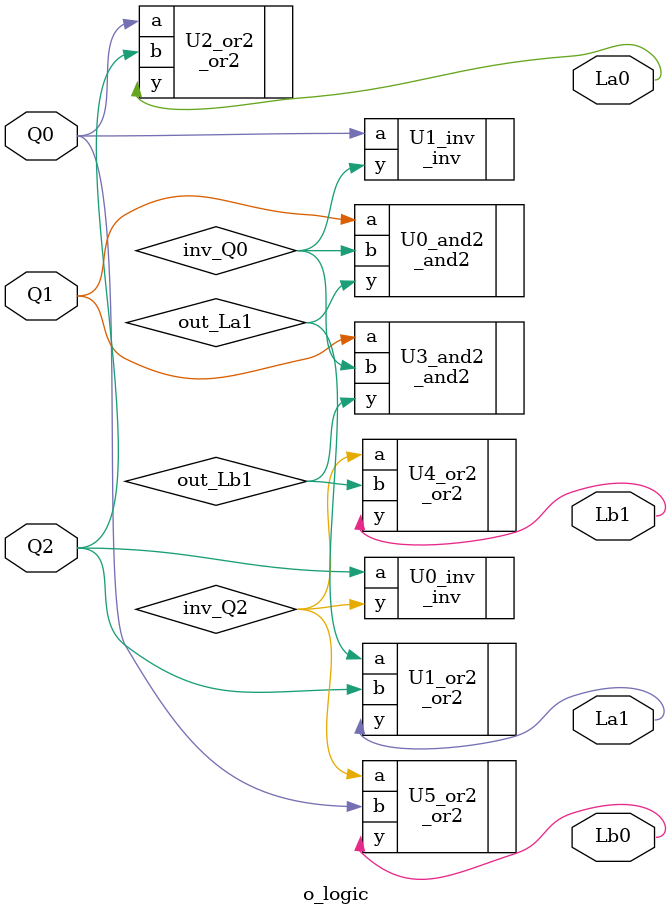
<source format=v>
module o_logic(Q2, Q1, Q0, La1, La0, Lb1, Lb0); // this module makes output logic

input Q2, Q1, Q0; // define input Q2, Q1, Q0
output La1, La0, Lb1, Lb0; // define output La1, La0, Lb1, Lb0

wire inv_Q2, inv_Q0; // Q1 is no inverse

wire out_La1, out_Lb1; // define wire

// two inverter instance
_inv U0_inv( 
	.a(Q2),
	.y(inv_Q2)
	);
	
_inv U1_inv(
	.a(Q0),
	.y(inv_Q0)
	);
	
// La 
// La1 = Q1*Q0` + Q2
_and2 U0_and2(
	.a(Q1),
	.b(inv_Q0),
	.y(out_La1)
	);

_or2 U1_or2(
	.a(out_La1),
	.b(Q2),
	.y(La1)
	);
	
// La0 = Q0 + Q2
_or2 U2_or2(
	.a(Q0),
	.b(Q2),
	.y(La0)
	);
	
// Lb
// Lb1 = Q2` + Q1 * Q0`
_and2 U3_and2(
	.a(Q1),
	.b(inv_Q0),
	.y(out_Lb1)
	);
	
_or2 U4_or2(
	.a(inv_Q2),
	.b(out_Lb1),
	.y(Lb1)
	);
	
// Lb0 = Q2` + Q0
_or2 U5_or2(
	.a(inv_Q2),
	.b(Q0),
	.y(Lb0)
	);
	
endmodule // end of module

	
</source>
